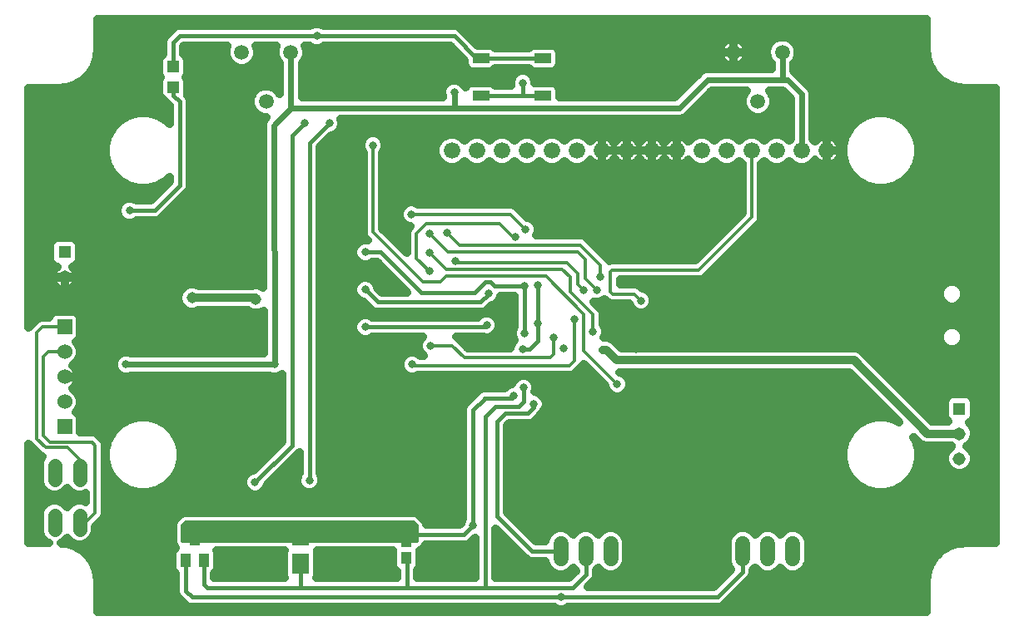
<source format=gbl>
G75*
G70*
%OFA0B0*%
%FSLAX24Y24*%
%IPPOS*%
%LPD*%
%AMOC8*
5,1,8,0,0,1.08239X$1,22.5*
%
%ADD10R,0.0600X0.0600*%
%ADD11C,0.0600*%
%ADD12R,0.0515X0.0515*%
%ADD13C,0.0515*%
%ADD14C,0.0660*%
%ADD15R,0.0394X0.0551*%
%ADD16R,0.0710X0.0800*%
%ADD17R,0.0433X0.0500*%
%ADD18C,0.0560*%
%ADD19R,0.0472X0.0472*%
%ADD20C,0.0600*%
%ADD21C,0.0594*%
%ADD22R,0.0669X0.0394*%
%ADD23C,0.0320*%
%ADD24C,0.0160*%
%ADD25C,0.0120*%
%ADD26C,0.0320*%
%ADD27C,0.0240*%
%ADD28C,0.0450*%
D10*
X007003Y011551D03*
X007003Y015551D03*
D11*
X007003Y014551D03*
X007003Y013551D03*
X007003Y012551D03*
D12*
X007003Y018551D03*
X042829Y012274D03*
D13*
X042829Y011274D03*
X042829Y010274D03*
X007003Y017551D03*
D14*
X022514Y022629D03*
X023514Y022629D03*
X024514Y022629D03*
X025514Y022629D03*
X026514Y022629D03*
X027514Y022629D03*
X028514Y022629D03*
X029514Y022629D03*
X030514Y022629D03*
X031514Y022629D03*
X032514Y022629D03*
X033514Y022629D03*
X034514Y022629D03*
X035514Y022629D03*
X036514Y022629D03*
X037514Y022629D03*
D15*
X012219Y007058D03*
X011845Y006192D03*
X012593Y006192D03*
D16*
X016451Y006065D03*
X016451Y007185D03*
D17*
X020684Y006959D03*
X020684Y006290D03*
D18*
X007601Y007439D02*
X007601Y007999D01*
X006601Y007999D02*
X006601Y007439D01*
X006601Y009439D02*
X006601Y009999D01*
X007601Y009999D02*
X007601Y009439D01*
D19*
X011352Y025168D03*
X011352Y025995D03*
D20*
X026869Y006866D02*
X026869Y006266D01*
X027869Y006266D02*
X027869Y006866D01*
X028869Y006866D02*
X028869Y006266D01*
X034152Y006266D02*
X034152Y006866D01*
X035152Y006866D02*
X035152Y006266D01*
X036152Y006266D02*
X036152Y006866D01*
D21*
X034758Y024597D03*
X033774Y026566D03*
X035743Y026566D03*
X016058Y026566D03*
X014089Y026566D03*
X015073Y024597D03*
D22*
X023676Y024833D03*
X023676Y026329D03*
X026156Y026329D03*
X026156Y024833D03*
D23*
X025351Y025344D03*
X025351Y025844D03*
X025601Y026969D03*
X024851Y026969D03*
X024101Y026969D03*
X021601Y026719D03*
X020601Y026719D03*
X018101Y026719D03*
X017101Y027219D03*
X015127Y027713D03*
X015127Y026680D03*
X016652Y025056D03*
X016601Y023719D03*
X017601Y023719D03*
X019351Y022844D03*
X019976Y022219D03*
X020889Y020076D03*
X021614Y019300D03*
X022327Y019338D03*
X021614Y018538D03*
X021602Y017801D03*
X022651Y018188D03*
X023977Y016888D03*
X025414Y017201D03*
X025939Y017226D03*
X027777Y017026D03*
X028302Y017038D03*
X028464Y017563D03*
X030077Y016613D03*
X031114Y016488D03*
X028164Y015375D03*
X028539Y014638D03*
X029892Y014651D03*
X030868Y014689D03*
X030226Y013469D03*
X029127Y013263D03*
X027114Y011988D03*
X026751Y011988D03*
X025789Y012476D03*
X025377Y013126D03*
X024989Y012788D03*
X022001Y012988D03*
X020914Y014051D03*
X021664Y014801D03*
X023289Y015026D03*
X023902Y015626D03*
X025414Y015301D03*
X025939Y015713D03*
X026589Y015138D03*
X026977Y014713D03*
X025339Y014676D03*
X027414Y015863D03*
X025039Y019176D03*
X025464Y019463D03*
X025801Y020326D03*
X026851Y020326D03*
X026876Y019426D03*
X032551Y019000D03*
X032564Y020088D03*
X040226Y016594D03*
X040476Y017094D03*
X038101Y013219D03*
X038101Y009469D03*
X032601Y006719D03*
X028351Y009969D03*
X027101Y009969D03*
X027726Y011094D03*
X025001Y010450D03*
X022376Y010575D03*
X021376Y010950D03*
X020376Y010951D03*
X021601Y008719D03*
X023351Y007594D03*
X022601Y005719D03*
X025601Y005719D03*
X026884Y004719D03*
X018601Y005719D03*
X014351Y005719D03*
X014627Y009326D03*
X014627Y010325D03*
X014127Y010838D03*
X015377Y012325D03*
X015377Y013075D03*
X015414Y014051D03*
X014101Y013219D03*
X012601Y013219D03*
X011601Y012219D03*
X011601Y011219D03*
X011601Y009719D03*
X016802Y009413D03*
X009446Y014051D03*
X008351Y016719D03*
X007851Y016719D03*
X011851Y018719D03*
X012476Y018719D03*
X011226Y019844D03*
X010726Y019844D03*
X009601Y020219D03*
X014627Y023313D03*
X014127Y023826D03*
X013601Y024219D03*
X008380Y027826D03*
X005625Y025070D03*
X017877Y019563D03*
X017877Y018838D03*
X019039Y018551D03*
X019039Y017051D03*
X019039Y015551D03*
X021314Y016076D03*
X020601Y024844D03*
X022601Y024969D03*
X041451Y027826D03*
X044207Y025070D03*
X044207Y006959D03*
X041451Y004203D03*
X008380Y004203D03*
X005625Y006959D03*
D24*
X011845Y006192D02*
X011845Y004975D01*
X012101Y004719D01*
X026884Y004719D01*
X033132Y004719D01*
X034152Y005739D01*
X034152Y006566D01*
X027880Y006554D02*
X027880Y005624D01*
X027351Y005094D01*
X023851Y005094D01*
X020726Y005094D01*
X016476Y005094D01*
X016451Y005119D01*
X016451Y006065D01*
X016476Y005094D02*
X012726Y005094D01*
X012593Y005227D01*
X012593Y006192D01*
X014627Y009326D02*
X016101Y010800D01*
X016101Y023219D01*
X016601Y023719D01*
X016802Y022920D02*
X017601Y023719D01*
X016802Y022920D02*
X016802Y009413D01*
X020726Y007219D02*
X022976Y007219D01*
X023351Y007594D01*
X023370Y007613D01*
X023351Y007594D02*
X023351Y012219D01*
X023814Y012682D01*
X023814Y012701D01*
X024902Y012701D01*
X024989Y012788D01*
X025377Y012875D02*
X025377Y012563D01*
X025189Y012376D01*
X024257Y012376D01*
X023851Y011969D01*
X023851Y005094D01*
X025730Y006566D02*
X024327Y007969D01*
X024327Y011776D01*
X024639Y012088D01*
X025552Y012088D01*
X025789Y012326D01*
X025789Y012476D01*
X025377Y012875D02*
X025377Y013126D01*
X025339Y014676D02*
X025602Y014676D01*
X025939Y015013D01*
X025939Y015713D01*
X025939Y017226D01*
X025414Y017201D02*
X024202Y017201D01*
X024039Y017363D01*
X023864Y017363D01*
X023427Y016926D01*
X021289Y016926D01*
X019664Y018551D01*
X019039Y018551D01*
X019039Y017051D02*
X019539Y016551D01*
X023664Y016551D01*
X023977Y016863D01*
X025414Y017201D02*
X025414Y015301D01*
X023902Y015626D02*
X023827Y015551D01*
X019039Y015551D01*
X011601Y021219D02*
X010601Y020219D01*
X009601Y020219D01*
X011601Y021219D02*
X011601Y024594D01*
X011351Y024844D01*
X011351Y025167D01*
X011352Y025168D01*
X011352Y025995D02*
X011352Y026970D01*
X011601Y027219D01*
X017101Y027219D01*
X022601Y027219D01*
X023491Y026329D01*
X023676Y026329D01*
X026156Y026329D01*
X025351Y025344D02*
X025351Y024831D01*
X026154Y024831D01*
X026156Y024833D01*
X025351Y024831D02*
X025349Y024833D01*
X023676Y024833D01*
X020726Y007219D02*
X020726Y007002D01*
X020684Y006959D01*
X020684Y006290D02*
X020684Y006262D01*
X020726Y006219D01*
X020726Y005094D01*
X020726Y006219D02*
X020726Y006248D01*
X020684Y006290D01*
X025730Y006566D02*
X026869Y006566D01*
X026884Y006566D01*
X027869Y006566D02*
X027880Y006554D01*
D25*
X021101Y006969D02*
X011726Y006969D01*
X011726Y007594D01*
X011851Y007719D01*
X020976Y007719D01*
X021101Y007594D01*
X021101Y006969D01*
X021101Y007010D02*
X011726Y007010D01*
X011726Y007129D02*
X021101Y007129D01*
X021101Y007248D02*
X011726Y007248D01*
X011726Y007366D02*
X021101Y007366D01*
X021101Y007485D02*
X011726Y007485D01*
X011735Y007603D02*
X021092Y007603D01*
X027789Y014600D02*
X029127Y013263D01*
X027414Y014201D02*
X027227Y014013D01*
X020952Y014013D01*
X020914Y014051D01*
X021664Y014801D02*
X022527Y014801D01*
X023002Y014326D01*
X026464Y014326D01*
X026589Y014451D01*
X026589Y015138D01*
X027789Y014600D02*
X027789Y016076D01*
X026277Y017588D01*
X022277Y017588D01*
X022052Y017363D01*
X021339Y017363D01*
X019351Y019351D01*
X019351Y022844D01*
X020889Y020076D02*
X024852Y020076D01*
X025464Y019463D01*
X025039Y019176D02*
X024952Y019176D01*
X024427Y019701D01*
X021489Y019701D01*
X021089Y019301D01*
X021089Y018313D01*
X021602Y017801D01*
X022276Y017876D02*
X021614Y018538D01*
X022352Y018563D02*
X021614Y019300D01*
X022327Y019338D02*
X022827Y018838D01*
X027664Y018838D01*
X028464Y018038D01*
X028464Y017563D01*
X028864Y017776D02*
X028927Y017838D01*
X032389Y017838D01*
X034514Y019963D01*
X034514Y022629D01*
X027852Y018251D02*
X027852Y017488D01*
X028302Y017038D01*
X027777Y017026D02*
X027539Y017263D01*
X027539Y017701D01*
X027114Y018126D01*
X022764Y018126D01*
X022651Y018188D01*
X022352Y018563D02*
X027539Y018563D01*
X027852Y018251D01*
X027252Y017551D02*
X027252Y016963D01*
X028164Y016051D01*
X028164Y015375D01*
X027414Y015863D02*
X027414Y014201D01*
X027402Y015851D02*
X027414Y015863D01*
X028864Y016963D02*
X028864Y017776D01*
X028864Y016963D02*
X028952Y016876D01*
X029814Y016876D01*
X030077Y016613D01*
X030077Y016613D01*
X027252Y017551D02*
X026927Y017876D01*
X022276Y017876D01*
X023977Y016888D02*
X023977Y016863D01*
X008226Y010813D02*
X008226Y008094D01*
X007851Y007719D01*
X007601Y007719D01*
X007601Y009719D02*
X007601Y010219D01*
X007101Y010719D01*
X006233Y010719D01*
X005877Y011076D01*
X005877Y015326D01*
X006102Y015551D01*
X007003Y015551D01*
X007003Y014551D02*
X006364Y014551D01*
X006164Y014351D01*
X006164Y011188D01*
X006414Y010938D01*
X008101Y010938D01*
X008226Y010813D01*
D26*
X008307Y005333D02*
X008307Y004130D01*
X041525Y004130D01*
X041525Y005333D01*
X041521Y005344D01*
X041525Y005396D01*
X041525Y005448D01*
X041530Y005459D01*
X041535Y005535D01*
X041531Y005558D01*
X041540Y005598D01*
X041542Y005639D01*
X041553Y005660D01*
X041572Y005746D01*
X041571Y005770D01*
X041585Y005808D01*
X041594Y005848D01*
X041607Y005867D01*
X041638Y005949D01*
X041640Y005973D01*
X041660Y006009D01*
X041674Y006047D01*
X041690Y006064D01*
X041732Y006141D01*
X041738Y006164D01*
X041763Y006196D01*
X041782Y006232D01*
X041800Y006247D01*
X041853Y006318D01*
X041862Y006339D01*
X041891Y006368D01*
X041916Y006401D01*
X041936Y006413D01*
X041998Y006475D01*
X042010Y006495D01*
X042043Y006520D01*
X042071Y006548D01*
X042093Y006557D01*
X042164Y006610D01*
X042178Y006629D01*
X042214Y006648D01*
X042247Y006672D01*
X042269Y006678D01*
X042347Y006721D01*
X042364Y006736D01*
X042402Y006751D01*
X042438Y006770D01*
X042461Y006773D01*
X042544Y006804D01*
X042563Y006817D01*
X042603Y006826D01*
X042641Y006840D01*
X042664Y006839D01*
X042751Y006858D01*
X042772Y006868D01*
X042812Y006871D01*
X042852Y006880D01*
X042875Y006876D01*
X042952Y006881D01*
X042962Y006886D01*
X043014Y006886D01*
X043067Y006889D01*
X043078Y006886D01*
X044281Y006886D01*
X044281Y025143D01*
X043078Y025143D01*
X043067Y025140D01*
X043014Y025143D01*
X042962Y025143D01*
X042952Y025148D01*
X042875Y025153D01*
X042852Y025149D01*
X042812Y025158D01*
X042772Y025161D01*
X042751Y025171D01*
X042665Y025190D01*
X042641Y025189D01*
X042603Y025203D01*
X042563Y025212D01*
X042544Y025225D01*
X042461Y025256D01*
X042438Y025259D01*
X042402Y025278D01*
X042364Y025292D01*
X042347Y025308D01*
X042269Y025351D01*
X042247Y025356D01*
X042214Y025381D01*
X042178Y025400D01*
X042164Y025419D01*
X042093Y025472D01*
X042071Y025481D01*
X042043Y025509D01*
X042010Y025534D01*
X041998Y025554D01*
X041936Y025616D01*
X041916Y025628D01*
X041891Y025661D01*
X041862Y025690D01*
X041853Y025711D01*
X041800Y025782D01*
X041782Y025797D01*
X041763Y025833D01*
X041738Y025865D01*
X041732Y025888D01*
X041690Y025965D01*
X041674Y025982D01*
X041660Y026020D01*
X041640Y026056D01*
X041638Y026080D01*
X041607Y026162D01*
X041594Y026181D01*
X041585Y026221D01*
X041571Y026259D01*
X041572Y026283D01*
X041553Y026369D01*
X041542Y026390D01*
X041540Y026431D01*
X041531Y026470D01*
X041535Y026494D01*
X041530Y026570D01*
X041525Y026581D01*
X041525Y026633D01*
X041521Y026685D01*
X041525Y026696D01*
X041525Y027899D01*
X008307Y027899D01*
X008307Y026696D01*
X008310Y026685D01*
X008307Y026633D01*
X008307Y026581D01*
X008302Y026570D01*
X008297Y026494D01*
X008301Y026470D01*
X008292Y026431D01*
X008289Y026390D01*
X008279Y026369D01*
X008260Y026283D01*
X008261Y026259D01*
X008247Y026221D01*
X008238Y026181D01*
X008225Y026162D01*
X008194Y026080D01*
X008191Y026056D01*
X008172Y026020D01*
X008158Y025982D01*
X008142Y025965D01*
X008099Y025888D01*
X008094Y025865D01*
X008069Y025833D01*
X008050Y025797D01*
X008031Y025782D01*
X007978Y025711D01*
X007970Y025690D01*
X007941Y025661D01*
X007916Y025628D01*
X007896Y025616D01*
X007834Y025554D01*
X007822Y025534D01*
X007789Y025509D01*
X007760Y025481D01*
X007739Y025472D01*
X007668Y025419D01*
X007653Y025400D01*
X007618Y025381D01*
X007585Y025356D01*
X007562Y025351D01*
X007485Y025308D01*
X007468Y025292D01*
X007430Y025278D01*
X007394Y025259D01*
X007370Y025256D01*
X007288Y025225D01*
X007269Y025212D01*
X007229Y025203D01*
X007191Y025189D01*
X007167Y025190D01*
X007081Y025171D01*
X007060Y025161D01*
X007019Y025158D01*
X006980Y025149D01*
X006956Y025153D01*
X006880Y025148D01*
X006869Y025143D01*
X006817Y025143D01*
X006765Y025140D01*
X006754Y025143D01*
X005551Y025143D01*
X005551Y015531D01*
X005555Y015541D01*
X005780Y015766D01*
X005887Y015873D01*
X006026Y015930D01*
X006389Y015930D01*
X006431Y016032D01*
X006521Y016122D01*
X006639Y016170D01*
X007366Y016170D01*
X007484Y016122D01*
X007574Y016032D01*
X007622Y015914D01*
X007622Y015187D01*
X007574Y015069D01*
X007484Y014979D01*
X007460Y014969D01*
X007528Y014902D01*
X007622Y014674D01*
X007622Y014427D01*
X007528Y014199D01*
X007354Y014025D01*
X007321Y014011D01*
X007367Y013978D01*
X007430Y013915D01*
X007481Y013844D01*
X007521Y013765D01*
X007549Y013682D01*
X007562Y013595D01*
X007562Y013551D01*
X007003Y013551D01*
X007003Y013550D01*
X007562Y013550D01*
X007562Y013506D01*
X007549Y013419D01*
X007521Y013336D01*
X007481Y013257D01*
X007430Y013186D01*
X007367Y013123D01*
X007321Y013090D01*
X007354Y013076D01*
X007528Y012902D01*
X007622Y012674D01*
X007622Y012427D01*
X007528Y012199D01*
X007460Y012131D01*
X007484Y012122D01*
X007574Y012032D01*
X007622Y011914D01*
X007622Y011318D01*
X008025Y011318D01*
X008177Y011318D01*
X008316Y011260D01*
X008548Y011028D01*
X008606Y010889D01*
X008606Y010737D01*
X008606Y008019D01*
X008548Y007879D01*
X008441Y007772D01*
X008201Y007532D01*
X008201Y007320D01*
X008110Y007099D01*
X007941Y006931D01*
X007720Y006839D01*
X007482Y006839D01*
X007261Y006931D01*
X007101Y007091D01*
X006941Y006931D01*
X006832Y006886D01*
X006869Y006886D01*
X006880Y006881D01*
X006956Y006876D01*
X006980Y006880D01*
X007019Y006871D01*
X007060Y006868D01*
X007081Y006858D01*
X007167Y006839D01*
X007191Y006840D01*
X007229Y006826D01*
X007269Y006817D01*
X007288Y006804D01*
X007370Y006773D01*
X007394Y006770D01*
X007430Y006751D01*
X007468Y006736D01*
X007485Y006721D01*
X007562Y006678D01*
X007585Y006672D01*
X007618Y006648D01*
X007653Y006629D01*
X007668Y006610D01*
X007739Y006557D01*
X007760Y006548D01*
X007789Y006520D01*
X007822Y006495D01*
X007834Y006475D01*
X007896Y006413D01*
X007916Y006401D01*
X007941Y006368D01*
X007970Y006339D01*
X007979Y006318D01*
X008031Y006247D01*
X008050Y006232D01*
X008069Y006196D01*
X008094Y006164D01*
X008099Y006141D01*
X008142Y006064D01*
X008158Y006047D01*
X008172Y006009D01*
X008191Y005973D01*
X008194Y005949D01*
X008225Y005867D01*
X008238Y005848D01*
X008247Y005808D01*
X008261Y005770D01*
X008260Y005746D01*
X008279Y005660D01*
X008289Y005639D01*
X008292Y005598D01*
X008301Y005558D01*
X008297Y005535D01*
X008302Y005459D01*
X008307Y005448D01*
X008307Y005396D01*
X008310Y005344D01*
X008307Y005333D01*
X008307Y005402D02*
X011445Y005402D01*
X011445Y005667D02*
X011445Y004896D01*
X011506Y004749D01*
X011618Y004636D01*
X011618Y004636D01*
X011762Y004493D01*
X011762Y004493D01*
X011874Y004380D01*
X012021Y004319D01*
X026606Y004319D01*
X026612Y004312D01*
X026789Y004239D01*
X026980Y004239D01*
X027156Y004312D01*
X027163Y004319D01*
X033053Y004319D01*
X033212Y004319D01*
X033359Y004380D01*
X034491Y005512D01*
X034552Y005659D01*
X034552Y005789D01*
X034652Y005889D01*
X034801Y005740D01*
X035029Y005646D01*
X035275Y005646D01*
X035503Y005740D01*
X035652Y005889D01*
X035801Y005740D01*
X036029Y005646D01*
X036275Y005646D01*
X036503Y005740D01*
X036678Y005914D01*
X036772Y006142D01*
X036772Y006989D01*
X036678Y007217D01*
X036503Y007391D01*
X036275Y007486D01*
X036029Y007486D01*
X035801Y007391D01*
X035652Y007242D01*
X035503Y007391D01*
X035275Y007486D01*
X035029Y007486D01*
X034801Y007391D01*
X034652Y007242D01*
X034503Y007391D01*
X034275Y007486D01*
X034029Y007486D01*
X033801Y007391D01*
X033626Y007217D01*
X033532Y006989D01*
X033532Y006142D01*
X033626Y005914D01*
X033694Y005847D01*
X032967Y005119D01*
X027942Y005119D01*
X028107Y005285D01*
X028220Y005397D01*
X028280Y005544D01*
X028280Y005801D01*
X028369Y005889D01*
X028517Y005740D01*
X028745Y005646D01*
X028992Y005646D01*
X029220Y005740D01*
X029394Y005914D01*
X029489Y006142D01*
X029489Y006989D01*
X029394Y007217D01*
X029220Y007391D01*
X028992Y007486D01*
X028745Y007486D01*
X028517Y007391D01*
X028369Y007242D01*
X028220Y007391D01*
X027992Y007486D01*
X027745Y007486D01*
X027517Y007391D01*
X027369Y007242D01*
X027220Y007391D01*
X026992Y007486D01*
X026745Y007486D01*
X026517Y007391D01*
X026343Y007217D01*
X026249Y006989D01*
X026249Y006966D01*
X025896Y006966D01*
X024726Y008135D01*
X024726Y011610D01*
X024805Y011688D01*
X025472Y011688D01*
X025631Y011688D01*
X025778Y011749D01*
X026016Y011986D01*
X026128Y012099D01*
X026154Y012162D01*
X026196Y012204D01*
X026269Y012380D01*
X026269Y012571D01*
X026196Y012747D01*
X026061Y012882D01*
X025885Y012955D01*
X025826Y012955D01*
X025857Y013030D01*
X025857Y013221D01*
X025783Y013397D01*
X025648Y013532D01*
X025472Y013605D01*
X025281Y013605D01*
X025105Y013532D01*
X024970Y013397D01*
X024916Y013268D01*
X024894Y013268D01*
X024717Y013195D01*
X024623Y013100D01*
X023894Y013100D01*
X023734Y013100D01*
X023587Y013040D01*
X023475Y012927D01*
X023462Y012896D01*
X023124Y012558D01*
X023012Y012446D01*
X022951Y012299D01*
X022951Y007873D01*
X022944Y007866D01*
X022871Y007690D01*
X022871Y007680D01*
X022810Y007619D01*
X021481Y007619D01*
X021481Y007670D01*
X021423Y007809D01*
X021316Y007916D01*
X021191Y008041D01*
X021052Y008099D01*
X020900Y008099D01*
X011775Y008099D01*
X011636Y008041D01*
X011529Y007934D01*
X011404Y007809D01*
X011346Y007670D01*
X011346Y007519D01*
X011346Y006894D01*
X011404Y006754D01*
X011443Y006715D01*
X011377Y006649D01*
X011328Y006531D01*
X011328Y005852D01*
X011377Y005735D01*
X011445Y005667D01*
X011391Y005721D02*
X008266Y005721D01*
X008160Y006040D02*
X011328Y006040D01*
X011328Y006358D02*
X007951Y006358D01*
X007569Y006677D02*
X011405Y006677D01*
X011346Y006995D02*
X008005Y006995D01*
X008198Y007314D02*
X011346Y007314D01*
X011346Y007632D02*
X008301Y007632D01*
X008578Y007951D02*
X011545Y007951D01*
X010731Y009025D02*
X010350Y008923D01*
X009954Y008923D01*
X009573Y009025D01*
X009230Y009223D01*
X008951Y009502D01*
X008753Y009845D01*
X008651Y010226D01*
X008651Y010622D01*
X008753Y011003D01*
X008951Y011346D01*
X009230Y011625D01*
X009573Y011823D01*
X009954Y011925D01*
X010350Y011925D01*
X010731Y011823D01*
X011074Y011625D01*
X011353Y011346D01*
X011551Y011003D01*
X011653Y010622D01*
X011653Y010226D01*
X011551Y009845D01*
X011353Y009502D01*
X011074Y009223D01*
X010731Y009025D01*
X011076Y009225D02*
X014149Y009225D01*
X014147Y009230D02*
X014220Y009054D01*
X014355Y008919D01*
X014531Y008846D01*
X014722Y008846D01*
X014898Y008919D01*
X015033Y009054D01*
X015106Y009230D01*
X015106Y009240D01*
X016402Y010535D01*
X016402Y009692D01*
X016395Y009685D01*
X016322Y009508D01*
X016322Y009317D01*
X016395Y009141D01*
X016530Y009006D01*
X016706Y008933D01*
X016897Y008933D01*
X017073Y009006D01*
X017208Y009141D01*
X017281Y009317D01*
X017281Y009508D01*
X017208Y009685D01*
X017201Y009692D01*
X017201Y022754D01*
X017687Y023239D01*
X017696Y023239D01*
X017873Y023312D01*
X018008Y023447D01*
X018081Y023624D01*
X018081Y023815D01*
X018052Y023886D01*
X022513Y023886D01*
X022688Y023886D01*
X031688Y023886D01*
X031850Y023952D01*
X031974Y024076D01*
X031974Y024076D01*
X032921Y025023D01*
X034312Y025023D01*
X034235Y024947D01*
X034142Y024720D01*
X034142Y024474D01*
X034235Y024248D01*
X034409Y024074D01*
X034636Y023980D01*
X034881Y023980D01*
X035108Y024074D01*
X035281Y024248D01*
X035375Y024474D01*
X035375Y024720D01*
X035281Y024947D01*
X035205Y025023D01*
X035606Y025023D01*
X035757Y025023D01*
X036074Y024706D01*
X036074Y023108D01*
X036014Y023048D01*
X035883Y023180D01*
X035644Y023279D01*
X035385Y023279D01*
X035146Y023180D01*
X035014Y023048D01*
X034883Y023180D01*
X034644Y023279D01*
X034385Y023279D01*
X034146Y023180D01*
X034014Y023048D01*
X033883Y023180D01*
X033644Y023279D01*
X033385Y023279D01*
X033146Y023180D01*
X033014Y023048D01*
X032883Y023180D01*
X032644Y023279D01*
X032385Y023279D01*
X032146Y023180D01*
X031971Y023004D01*
X031964Y023013D01*
X031899Y023079D01*
X031824Y023133D01*
X031741Y023175D01*
X031652Y023204D01*
X031561Y023219D01*
X031514Y023219D01*
X031468Y023219D01*
X031376Y023204D01*
X031288Y023175D01*
X031205Y023133D01*
X031130Y023079D01*
X031064Y023013D01*
X031014Y022944D01*
X030964Y023013D01*
X030899Y023079D01*
X030824Y023133D01*
X030741Y023175D01*
X030652Y023204D01*
X030561Y023219D01*
X030514Y023219D01*
X030468Y023219D01*
X030376Y023204D01*
X030288Y023175D01*
X030205Y023133D01*
X030130Y023079D01*
X030064Y023013D01*
X030014Y022944D01*
X029964Y023013D01*
X029899Y023079D01*
X029824Y023133D01*
X029741Y023175D01*
X029652Y023204D01*
X029561Y023219D01*
X029514Y023219D01*
X029468Y023219D01*
X029376Y023204D01*
X029288Y023175D01*
X029205Y023133D01*
X029130Y023079D01*
X029064Y023013D01*
X029014Y022944D01*
X028964Y023013D01*
X028899Y023079D01*
X028824Y023133D01*
X028741Y023175D01*
X028652Y023204D01*
X028561Y023219D01*
X028514Y023219D01*
X028468Y023219D01*
X028376Y023204D01*
X028288Y023175D01*
X028205Y023133D01*
X028130Y023079D01*
X028064Y023013D01*
X028058Y023004D01*
X027883Y023180D01*
X027644Y023279D01*
X027385Y023279D01*
X027146Y023180D01*
X027014Y023048D01*
X026883Y023180D01*
X026644Y023279D01*
X026385Y023279D01*
X026146Y023180D01*
X026014Y023048D01*
X025883Y023180D01*
X025644Y023279D01*
X025385Y023279D01*
X025146Y023180D01*
X025014Y023048D01*
X024883Y023180D01*
X024644Y023279D01*
X024385Y023279D01*
X024146Y023180D01*
X024014Y023048D01*
X023883Y023180D01*
X023644Y023279D01*
X023385Y023279D01*
X023146Y023180D01*
X023014Y023048D01*
X022883Y023180D01*
X022644Y023279D01*
X022385Y023279D01*
X022146Y023180D01*
X021963Y022997D01*
X021864Y022758D01*
X021864Y022499D01*
X021963Y022260D01*
X022146Y022078D01*
X022385Y021979D01*
X022644Y021979D01*
X022883Y022078D01*
X023014Y022209D01*
X023146Y022078D01*
X023385Y021979D01*
X023644Y021979D01*
X023883Y022078D01*
X024014Y022209D01*
X024146Y022078D01*
X024385Y021979D01*
X024644Y021979D01*
X024883Y022078D01*
X025014Y022209D01*
X025146Y022078D01*
X025385Y021979D01*
X025644Y021979D01*
X025883Y022078D01*
X026014Y022209D01*
X026146Y022078D01*
X026385Y021979D01*
X026644Y021979D01*
X026883Y022078D01*
X027014Y022209D01*
X027146Y022078D01*
X027385Y021979D01*
X027644Y021979D01*
X027883Y022078D01*
X028058Y022253D01*
X028064Y022244D01*
X028130Y022179D01*
X028205Y022124D01*
X028288Y022082D01*
X028376Y022053D01*
X028468Y022039D01*
X028514Y022039D01*
X028514Y022628D01*
X028514Y022628D01*
X028514Y022039D01*
X028561Y022039D01*
X028652Y022053D01*
X028741Y022082D01*
X028824Y022124D01*
X028899Y022179D01*
X028964Y022244D01*
X029014Y022313D01*
X029064Y022244D01*
X029130Y022179D01*
X029205Y022124D01*
X029288Y022082D01*
X029376Y022053D01*
X029468Y022039D01*
X029514Y022039D01*
X029514Y022628D01*
X029514Y022628D01*
X029104Y022628D01*
X028515Y022628D01*
X028515Y022629D01*
X029104Y022629D01*
X029514Y022629D01*
X029514Y023219D01*
X029514Y022629D01*
X029514Y022629D01*
X029514Y022628D01*
X029514Y022039D01*
X029561Y022039D01*
X029652Y022053D01*
X029741Y022082D01*
X029824Y022124D01*
X029899Y022179D01*
X029964Y022244D01*
X030014Y022313D01*
X030064Y022244D01*
X030130Y022179D01*
X030205Y022124D01*
X030288Y022082D01*
X030376Y022053D01*
X030468Y022039D01*
X030514Y022039D01*
X030514Y022628D01*
X030514Y022628D01*
X030104Y022628D01*
X029515Y022628D01*
X029515Y022629D01*
X030104Y022629D01*
X030514Y022629D01*
X030514Y023219D01*
X030514Y022629D01*
X030514Y022629D01*
X030514Y022628D01*
X030514Y022039D01*
X030561Y022039D01*
X030652Y022053D01*
X030741Y022082D01*
X030824Y022124D01*
X030899Y022179D01*
X030964Y022244D01*
X031014Y022313D01*
X031064Y022244D01*
X031130Y022179D01*
X031205Y022124D01*
X031288Y022082D01*
X031376Y022053D01*
X031468Y022039D01*
X031514Y022039D01*
X031514Y022628D01*
X031514Y022628D01*
X030924Y022628D01*
X030515Y022628D01*
X030515Y022629D01*
X030924Y022629D01*
X031514Y022629D01*
X031514Y023219D01*
X031514Y022629D01*
X031514Y022629D01*
X031514Y022628D01*
X031514Y022039D01*
X031561Y022039D01*
X031652Y022053D01*
X031741Y022082D01*
X031824Y022124D01*
X031899Y022179D01*
X031964Y022244D01*
X031971Y022253D01*
X032146Y022078D01*
X032385Y021979D01*
X032644Y021979D01*
X032883Y022078D01*
X033014Y022209D01*
X033146Y022078D01*
X033385Y021979D01*
X033644Y021979D01*
X033883Y022078D01*
X034014Y022209D01*
X034134Y022089D01*
X034134Y020121D01*
X032232Y018218D01*
X028851Y018218D01*
X028808Y018200D01*
X028786Y018253D01*
X028679Y018360D01*
X027879Y019160D01*
X027740Y019218D01*
X027588Y019218D01*
X025882Y019218D01*
X025944Y019367D01*
X025944Y019558D01*
X025871Y019735D01*
X025736Y019870D01*
X025560Y019943D01*
X025521Y019943D01*
X025174Y020291D01*
X025067Y020398D01*
X024927Y020455D01*
X021188Y020455D01*
X021161Y020482D01*
X020985Y020555D01*
X020794Y020555D01*
X020617Y020482D01*
X020482Y020347D01*
X020409Y020171D01*
X020409Y019980D01*
X020482Y019804D01*
X020617Y019669D01*
X020794Y019596D01*
X020847Y019596D01*
X020767Y019516D01*
X020709Y019376D01*
X020709Y018530D01*
X019731Y019509D01*
X019731Y022545D01*
X019758Y022572D01*
X019831Y022749D01*
X019831Y022940D01*
X019758Y023116D01*
X019623Y023251D01*
X019446Y023324D01*
X019255Y023324D01*
X019079Y023251D01*
X018944Y023116D01*
X018871Y022940D01*
X018871Y022749D01*
X018944Y022572D01*
X018971Y022545D01*
X018971Y019427D01*
X018971Y019275D01*
X019029Y019136D01*
X019134Y019030D01*
X018944Y019030D01*
X018767Y018957D01*
X018632Y018822D01*
X018559Y018646D01*
X018559Y018455D01*
X018632Y018279D01*
X018767Y018144D01*
X018944Y018071D01*
X019135Y018071D01*
X019311Y018144D01*
X019318Y018151D01*
X019498Y018151D01*
X020698Y016950D01*
X019705Y016950D01*
X019519Y017136D01*
X019519Y017146D01*
X019446Y017322D01*
X019311Y017457D01*
X019135Y017530D01*
X018944Y017530D01*
X018767Y017457D01*
X018632Y017322D01*
X018559Y017146D01*
X018559Y016955D01*
X018632Y016779D01*
X018767Y016644D01*
X018944Y016571D01*
X018953Y016571D01*
X019312Y016211D01*
X019459Y016151D01*
X019619Y016151D01*
X023744Y016151D01*
X023891Y016211D01*
X024003Y016324D01*
X024098Y016419D01*
X024248Y016481D01*
X024383Y016616D01*
X024456Y016792D01*
X024456Y016801D01*
X025014Y016801D01*
X025014Y015579D01*
X025007Y015572D01*
X024934Y015396D01*
X024934Y015205D01*
X025007Y015029D01*
X025010Y015025D01*
X024932Y014947D01*
X024859Y014771D01*
X024859Y014705D01*
X023159Y014705D01*
X022742Y015123D01*
X022674Y015151D01*
X023747Y015151D01*
X023794Y015151D01*
X023806Y015146D01*
X023997Y015146D01*
X024173Y015219D01*
X024308Y015354D01*
X024381Y015530D01*
X024381Y015721D01*
X024308Y015897D01*
X024173Y016032D01*
X023997Y016105D01*
X023806Y016105D01*
X023630Y016032D01*
X023548Y015950D01*
X019318Y015950D01*
X019311Y015957D01*
X019135Y016030D01*
X018944Y016030D01*
X018767Y015957D01*
X018632Y015822D01*
X018559Y015646D01*
X018559Y015455D01*
X018632Y015279D01*
X018767Y015144D01*
X018944Y015071D01*
X019135Y015071D01*
X019311Y015144D01*
X019318Y015151D01*
X021335Y015151D01*
X021257Y015072D01*
X021184Y014896D01*
X021184Y014705D01*
X021257Y014529D01*
X021392Y014394D01*
X021394Y014393D01*
X021250Y014393D01*
X021186Y014457D01*
X021010Y014530D01*
X020819Y014530D01*
X020642Y014457D01*
X020507Y014322D01*
X017201Y014322D01*
X017201Y014640D02*
X021211Y014640D01*
X021210Y014959D02*
X017201Y014959D01*
X017201Y015277D02*
X018633Y015277D01*
X018559Y015596D02*
X017201Y015596D01*
X017201Y015914D02*
X018724Y015914D01*
X019291Y016233D02*
X017201Y016233D01*
X017201Y016551D02*
X018972Y016551D01*
X018594Y016870D02*
X017201Y016870D01*
X017201Y017189D02*
X018577Y017189D01*
X018887Y017507D02*
X017201Y017507D01*
X017201Y017826D02*
X019823Y017826D01*
X019505Y018144D02*
X019312Y018144D01*
X018766Y018144D02*
X017201Y018144D01*
X017201Y018463D02*
X018559Y018463D01*
X018615Y018781D02*
X017201Y018781D01*
X017201Y019100D02*
X019065Y019100D01*
X018971Y019418D02*
X017201Y019418D01*
X017201Y019737D02*
X018971Y019737D01*
X018971Y020055D02*
X017201Y020055D01*
X017201Y020374D02*
X018971Y020374D01*
X018971Y020693D02*
X017201Y020693D01*
X017201Y021011D02*
X018971Y021011D01*
X018971Y021330D02*
X017201Y021330D01*
X017201Y021648D02*
X018971Y021648D01*
X018971Y021967D02*
X017201Y021967D01*
X017201Y022285D02*
X018971Y022285D01*
X018931Y022604D02*
X017201Y022604D01*
X017370Y022922D02*
X018871Y022922D01*
X019069Y023241D02*
X017700Y023241D01*
X018054Y023559D02*
X036074Y023559D01*
X036074Y023241D02*
X035735Y023241D01*
X035294Y023241D02*
X034735Y023241D01*
X034294Y023241D02*
X033735Y023241D01*
X033294Y023241D02*
X032735Y023241D01*
X032294Y023241D02*
X027735Y023241D01*
X027294Y023241D02*
X026735Y023241D01*
X026294Y023241D02*
X025735Y023241D01*
X025294Y023241D02*
X024735Y023241D01*
X024294Y023241D02*
X023735Y023241D01*
X023294Y023241D02*
X022735Y023241D01*
X022294Y023241D02*
X019633Y023241D01*
X019831Y022922D02*
X021932Y022922D01*
X021864Y022604D02*
X019771Y022604D01*
X019731Y022285D02*
X021953Y022285D01*
X019731Y021967D02*
X034134Y021967D01*
X034134Y021648D02*
X019731Y021648D01*
X019731Y021330D02*
X034134Y021330D01*
X034134Y021011D02*
X019731Y021011D01*
X019731Y020693D02*
X034134Y020693D01*
X034134Y020374D02*
X025090Y020374D01*
X025409Y020055D02*
X034069Y020055D01*
X033751Y019737D02*
X025869Y019737D01*
X025944Y019418D02*
X033432Y019418D01*
X033113Y019100D02*
X027940Y019100D01*
X028258Y018781D02*
X032795Y018781D01*
X032476Y018463D02*
X028577Y018463D01*
X029244Y017458D02*
X032313Y017458D01*
X032465Y017458D01*
X032604Y017516D01*
X034836Y019748D01*
X034894Y019888D01*
X034894Y020039D01*
X034894Y022089D01*
X035014Y022209D01*
X035146Y022078D01*
X035385Y021979D01*
X035644Y021979D01*
X035883Y022078D01*
X036014Y022209D01*
X036146Y022078D01*
X036385Y021979D01*
X036644Y021979D01*
X036883Y022078D01*
X037058Y022253D01*
X037064Y022244D01*
X037130Y022179D01*
X037205Y022124D01*
X037288Y022082D01*
X037376Y022053D01*
X037468Y022039D01*
X037514Y022039D01*
X037514Y022628D01*
X037514Y022628D01*
X037514Y022039D01*
X037561Y022039D01*
X037652Y022053D01*
X037741Y022082D01*
X037824Y022124D01*
X037899Y022179D01*
X037964Y022244D01*
X038019Y022319D01*
X038061Y022402D01*
X038090Y022490D01*
X038104Y022582D01*
X038104Y022628D01*
X037515Y022628D01*
X037515Y022629D01*
X038104Y022629D01*
X038104Y022675D01*
X038090Y022767D01*
X038061Y022855D01*
X038019Y022938D01*
X037964Y023013D01*
X037899Y023079D01*
X037824Y023133D01*
X037741Y023175D01*
X037652Y023204D01*
X037561Y023219D01*
X037514Y023219D01*
X037468Y023219D01*
X037376Y023204D01*
X037288Y023175D01*
X037205Y023133D01*
X037130Y023079D01*
X037064Y023013D01*
X037058Y023004D01*
X036954Y023108D01*
X036954Y024801D01*
X036954Y024976D01*
X036887Y025138D01*
X036313Y025712D01*
X036313Y025713D01*
X036189Y025836D01*
X036183Y025839D01*
X036183Y026133D01*
X036266Y026216D01*
X036359Y026443D01*
X036359Y026688D01*
X036266Y026915D01*
X036092Y027089D01*
X035865Y027182D01*
X035620Y027182D01*
X035393Y027089D01*
X035220Y026915D01*
X035126Y026688D01*
X035126Y026443D01*
X035220Y026216D01*
X035303Y026133D01*
X035303Y025903D01*
X032651Y025903D01*
X032489Y025836D01*
X032366Y025713D01*
X032366Y025712D01*
X031419Y024765D01*
X026811Y024765D01*
X026811Y025094D01*
X026762Y025211D01*
X026672Y025301D01*
X026554Y025350D01*
X025831Y025350D01*
X025831Y025440D01*
X025758Y025616D01*
X025623Y025751D01*
X025446Y025824D01*
X025255Y025824D01*
X025079Y025751D01*
X024944Y025616D01*
X024871Y025440D01*
X024871Y025249D01*
X024877Y025233D01*
X024260Y025233D01*
X024192Y025301D01*
X024074Y025350D01*
X023277Y025350D01*
X023160Y025301D01*
X023070Y025211D01*
X023045Y025151D01*
X023008Y025241D01*
X022873Y025376D01*
X022696Y025449D01*
X022505Y025449D01*
X022329Y025376D01*
X022194Y025241D01*
X022121Y025065D01*
X022121Y024874D01*
X022161Y024777D01*
X022161Y024765D01*
X016498Y024765D01*
X016498Y026133D01*
X016581Y026216D01*
X016674Y026443D01*
X016674Y026688D01*
X016620Y026819D01*
X016822Y026819D01*
X016829Y026812D01*
X017005Y026739D01*
X017196Y026739D01*
X017373Y026812D01*
X017380Y026819D01*
X022435Y026819D01*
X023021Y026233D01*
X023021Y026069D01*
X023070Y025951D01*
X023160Y025861D01*
X023277Y025813D01*
X024074Y025813D01*
X024192Y025861D01*
X024260Y025929D01*
X025572Y025929D01*
X025640Y025861D01*
X025758Y025813D01*
X026554Y025813D01*
X026672Y025861D01*
X026762Y025951D01*
X026811Y026069D01*
X026811Y026590D01*
X026762Y026708D01*
X026672Y026798D01*
X026554Y026846D01*
X025758Y026846D01*
X025640Y026798D01*
X025572Y026729D01*
X024260Y026729D01*
X024192Y026798D01*
X024074Y026846D01*
X023540Y026846D01*
X022828Y027558D01*
X022681Y027619D01*
X022521Y027619D01*
X017380Y027619D01*
X017373Y027626D01*
X017196Y027699D01*
X017005Y027699D01*
X016829Y027626D01*
X016822Y027619D01*
X011521Y027619D01*
X011374Y027558D01*
X011262Y027446D01*
X011012Y027196D01*
X010952Y027049D01*
X010952Y026890D01*
X010952Y026510D01*
X010934Y026502D01*
X010844Y026412D01*
X010795Y026295D01*
X010795Y025695D01*
X010842Y025581D01*
X010795Y025468D01*
X010795Y024868D01*
X010844Y024751D01*
X010934Y024661D01*
X011007Y024631D01*
X011012Y024618D01*
X011124Y024505D01*
X011124Y024505D01*
X011201Y024429D01*
X011201Y023703D01*
X011074Y023830D01*
X010731Y024027D01*
X010350Y024130D01*
X009954Y024130D01*
X009573Y024027D01*
X009230Y023830D01*
X008951Y023550D01*
X008753Y023208D01*
X008651Y022826D01*
X008651Y022431D01*
X008753Y022049D01*
X008951Y021707D01*
X009230Y021427D01*
X009573Y021230D01*
X009954Y021128D01*
X010350Y021128D01*
X010731Y021230D01*
X011074Y021427D01*
X011201Y021555D01*
X011201Y021385D01*
X010435Y020619D01*
X009880Y020619D01*
X009873Y020626D01*
X009696Y020699D01*
X009505Y020699D01*
X009329Y020626D01*
X009194Y020491D01*
X009121Y020315D01*
X009121Y020124D01*
X009194Y019947D01*
X009329Y019812D01*
X009505Y019739D01*
X009696Y019739D01*
X009873Y019812D01*
X009880Y019819D01*
X010521Y019819D01*
X010681Y019819D01*
X010828Y019880D01*
X011940Y020993D01*
X012001Y021140D01*
X012001Y021299D01*
X012001Y024515D01*
X014457Y024515D01*
X014457Y024474D02*
X014550Y024248D01*
X014724Y024074D01*
X014951Y023980D01*
X015090Y023980D01*
X015005Y023895D01*
X014938Y023734D01*
X014938Y023559D01*
X014938Y023316D01*
X014938Y023315D01*
X014938Y023222D01*
X014938Y023141D01*
X014939Y023141D01*
X014962Y017142D01*
X014772Y017220D01*
X014556Y017220D01*
X014504Y017199D01*
X012366Y017199D01*
X012209Y017264D01*
X011993Y017264D01*
X011792Y017181D01*
X011639Y017028D01*
X011556Y016828D01*
X011556Y016611D01*
X011639Y016410D01*
X011792Y016257D01*
X011993Y016174D01*
X012209Y016174D01*
X012366Y016239D01*
X014330Y016239D01*
X014355Y016213D01*
X014556Y016131D01*
X014772Y016131D01*
X014966Y016211D01*
X014972Y014490D01*
X009638Y014490D01*
X009541Y014530D01*
X009350Y014530D01*
X009174Y014457D01*
X009039Y014322D01*
X008966Y014146D01*
X008966Y013955D01*
X009039Y013779D01*
X009174Y013644D01*
X009350Y013571D01*
X009541Y013571D01*
X009638Y013611D01*
X015222Y013611D01*
X015319Y013571D01*
X015510Y013571D01*
X015686Y013644D01*
X015701Y013659D01*
X015701Y010966D01*
X014541Y009805D01*
X014531Y009805D01*
X014355Y009732D01*
X014220Y009597D01*
X014147Y009421D01*
X014147Y009230D01*
X014197Y009544D02*
X011377Y009544D01*
X011556Y009862D02*
X014597Y009862D01*
X014916Y010181D02*
X011641Y010181D01*
X011653Y010499D02*
X015235Y010499D01*
X015553Y010818D02*
X011601Y010818D01*
X011474Y011136D02*
X015701Y011136D01*
X015701Y011455D02*
X011244Y011455D01*
X010817Y011773D02*
X015701Y011773D01*
X015701Y012092D02*
X007514Y012092D01*
X007616Y012410D02*
X015701Y012410D01*
X015701Y012729D02*
X007600Y012729D01*
X007382Y013048D02*
X015701Y013048D01*
X015701Y013366D02*
X007531Y013366D01*
X007548Y013685D02*
X009133Y013685D01*
X008966Y014003D02*
X007332Y014003D01*
X007579Y014322D02*
X009038Y014322D01*
X007622Y014640D02*
X014972Y014640D01*
X014971Y014959D02*
X007471Y014959D01*
X007622Y015277D02*
X014969Y015277D01*
X014968Y015596D02*
X007622Y015596D01*
X007622Y015914D02*
X014967Y015914D01*
X014336Y016233D02*
X012351Y016233D01*
X011851Y016233D02*
X005551Y016233D01*
X005551Y016551D02*
X011580Y016551D01*
X011574Y016870D02*
X005551Y016870D01*
X005551Y017189D02*
X006633Y017189D01*
X006608Y017213D02*
X006665Y017156D01*
X006731Y017108D01*
X006804Y017071D01*
X006881Y017046D01*
X006962Y017033D01*
X007002Y017033D01*
X007002Y017550D01*
X006485Y017550D01*
X006485Y017510D01*
X006498Y017429D01*
X006523Y017352D01*
X006560Y017279D01*
X006608Y017213D01*
X006485Y017507D02*
X005551Y017507D01*
X005551Y017826D02*
X006563Y017826D01*
X006560Y017822D02*
X006523Y017749D01*
X006498Y017672D01*
X006485Y017591D01*
X006485Y017551D01*
X007002Y017551D01*
X007002Y017550D01*
X007003Y017550D01*
X007003Y017551D01*
X007520Y017551D01*
X007520Y017591D01*
X007507Y017672D01*
X007482Y017749D01*
X007445Y017822D01*
X007397Y017888D01*
X007340Y017945D01*
X007301Y017973D01*
X007324Y017973D01*
X007441Y018022D01*
X007531Y018112D01*
X007580Y018229D01*
X007580Y018872D01*
X007531Y018989D01*
X007441Y019079D01*
X007324Y019128D01*
X006681Y019128D01*
X006564Y019079D01*
X006474Y018989D01*
X006425Y018872D01*
X006425Y018229D01*
X006474Y018112D01*
X006564Y018022D01*
X006681Y017973D01*
X006704Y017973D01*
X006665Y017945D01*
X006608Y017888D01*
X006560Y017822D01*
X006460Y018144D02*
X005551Y018144D01*
X005551Y018463D02*
X006425Y018463D01*
X006425Y018781D02*
X005551Y018781D01*
X005551Y019100D02*
X006613Y019100D01*
X007392Y019100D02*
X014954Y019100D01*
X014953Y019418D02*
X005551Y019418D01*
X005551Y019737D02*
X014952Y019737D01*
X014951Y020055D02*
X011003Y020055D01*
X011321Y020374D02*
X014949Y020374D01*
X014948Y020693D02*
X011640Y020693D01*
X011948Y021011D02*
X014947Y021011D01*
X014946Y021330D02*
X012001Y021330D01*
X012001Y021648D02*
X014944Y021648D01*
X014943Y021967D02*
X012001Y021967D01*
X012001Y022285D02*
X014942Y022285D01*
X014941Y022604D02*
X012001Y022604D01*
X012001Y022922D02*
X014939Y022922D01*
X014938Y023241D02*
X012001Y023241D01*
X012001Y023559D02*
X014938Y023559D01*
X014998Y023878D02*
X012001Y023878D01*
X012001Y024197D02*
X014602Y024197D01*
X014457Y024474D02*
X014457Y024720D01*
X014550Y024947D01*
X014724Y025120D01*
X014951Y025214D01*
X015196Y025214D01*
X015423Y025120D01*
X015596Y024947D01*
X015618Y024895D01*
X015618Y026133D01*
X015535Y026216D01*
X015441Y026443D01*
X015441Y026688D01*
X015495Y026819D01*
X014652Y026819D01*
X014706Y026688D01*
X014706Y026443D01*
X014612Y026216D01*
X014439Y026043D01*
X014212Y025949D01*
X013966Y025949D01*
X013740Y026043D01*
X013566Y026216D01*
X013472Y026443D01*
X013472Y026688D01*
X013526Y026819D01*
X011767Y026819D01*
X011751Y026804D01*
X011751Y026510D01*
X011769Y026502D01*
X011859Y026412D01*
X011908Y026295D01*
X011908Y025695D01*
X011861Y025581D01*
X011908Y025468D01*
X011908Y024868D01*
X011903Y024857D01*
X011940Y024821D01*
X012001Y024674D01*
X012001Y024515D01*
X011927Y024834D02*
X014504Y024834D01*
X014801Y025152D02*
X011908Y025152D01*
X011907Y025471D02*
X015618Y025471D01*
X015618Y025789D02*
X011908Y025789D01*
X011908Y026108D02*
X013675Y026108D01*
X013479Y026426D02*
X011845Y026426D01*
X011751Y026745D02*
X013496Y026745D01*
X014683Y026745D02*
X015464Y026745D01*
X015448Y026426D02*
X014699Y026426D01*
X014504Y026108D02*
X015618Y026108D01*
X016498Y026108D02*
X023021Y026108D01*
X022828Y026426D02*
X016668Y026426D01*
X016651Y026745D02*
X016992Y026745D01*
X017210Y026745D02*
X022510Y026745D01*
X023322Y027063D02*
X033525Y027063D01*
X033560Y027082D02*
X033482Y027042D01*
X033411Y026990D01*
X033349Y026928D01*
X033298Y026858D01*
X033258Y026779D01*
X033231Y026696D01*
X033217Y026609D01*
X033217Y026566D01*
X033774Y026566D01*
X033774Y027122D01*
X033730Y027122D01*
X033644Y027109D01*
X033560Y027082D01*
X033774Y027063D02*
X033774Y027063D01*
X033774Y027122D02*
X033818Y027122D01*
X033905Y027109D01*
X033988Y027082D01*
X034066Y027042D01*
X034137Y026990D01*
X034199Y026928D01*
X034250Y026858D01*
X034290Y026779D01*
X034317Y026696D01*
X034331Y026609D01*
X034331Y026566D01*
X033775Y026566D01*
X033775Y026565D01*
X034331Y026565D01*
X034331Y026522D01*
X034317Y026435D01*
X034290Y026352D01*
X034250Y026274D01*
X034199Y026203D01*
X034137Y026141D01*
X034066Y026089D01*
X033988Y026050D01*
X033905Y026023D01*
X033818Y026009D01*
X033774Y026009D01*
X033774Y026565D01*
X033774Y026565D01*
X033774Y026009D01*
X033730Y026009D01*
X033644Y026023D01*
X033560Y026050D01*
X033482Y026089D01*
X033411Y026141D01*
X033349Y026203D01*
X033298Y026274D01*
X033258Y026352D01*
X033231Y026435D01*
X033217Y026522D01*
X033217Y026565D01*
X033774Y026565D01*
X033774Y026566D01*
X033774Y026566D01*
X033774Y027122D01*
X034024Y027063D02*
X035368Y027063D01*
X035149Y026745D02*
X034301Y026745D01*
X034314Y026426D02*
X035133Y026426D01*
X035303Y026108D02*
X034091Y026108D01*
X033774Y026108D02*
X033774Y026108D01*
X033457Y026108D02*
X026811Y026108D01*
X026811Y026426D02*
X033234Y026426D01*
X033247Y026745D02*
X026725Y026745D01*
X025587Y026745D02*
X024244Y026745D01*
X023004Y027382D02*
X041525Y027382D01*
X041525Y027701D02*
X008307Y027701D01*
X008307Y027382D02*
X011198Y027382D01*
X010957Y027063D02*
X008307Y027063D01*
X008307Y026745D02*
X010952Y026745D01*
X010858Y026426D02*
X008292Y026426D01*
X008204Y026108D02*
X010795Y026108D01*
X010795Y025789D02*
X008040Y025789D01*
X007738Y025471D02*
X010796Y025471D01*
X010795Y025152D02*
X006994Y025152D01*
X006963Y025152D02*
X006941Y025152D01*
X005551Y024834D02*
X010810Y024834D01*
X011114Y024515D02*
X005551Y024515D01*
X005551Y024197D02*
X011201Y024197D01*
X011201Y023878D02*
X010990Y023878D01*
X009314Y023878D02*
X005551Y023878D01*
X005551Y023559D02*
X008960Y023559D01*
X008772Y023241D02*
X005551Y023241D01*
X005551Y022922D02*
X008677Y022922D01*
X008651Y022604D02*
X005551Y022604D01*
X005551Y022285D02*
X008690Y022285D01*
X008801Y021967D02*
X005551Y021967D01*
X005551Y021648D02*
X009010Y021648D01*
X009400Y021330D02*
X005551Y021330D01*
X005551Y021011D02*
X010827Y021011D01*
X010904Y021330D02*
X011146Y021330D01*
X010509Y020693D02*
X009712Y020693D01*
X009489Y020693D02*
X005551Y020693D01*
X005551Y020374D02*
X009146Y020374D01*
X009149Y020055D02*
X005551Y020055D01*
X007580Y018781D02*
X014956Y018781D01*
X014957Y018463D02*
X007580Y018463D01*
X007545Y018144D02*
X014958Y018144D01*
X014959Y017826D02*
X007442Y017826D01*
X007520Y017550D02*
X007003Y017550D01*
X007003Y017033D01*
X007043Y017033D01*
X007124Y017046D01*
X007201Y017071D01*
X007274Y017108D01*
X007340Y017156D01*
X007397Y017213D01*
X007445Y017279D01*
X007482Y017352D01*
X007507Y017429D01*
X007520Y017510D01*
X007520Y017550D01*
X007520Y017507D02*
X014961Y017507D01*
X014962Y017189D02*
X014849Y017189D01*
X014664Y016719D02*
X014664Y016676D01*
X014664Y016719D02*
X012101Y016719D01*
X011810Y017189D02*
X007372Y017189D01*
X007003Y017189D02*
X007002Y017189D01*
X007002Y017507D02*
X007003Y017507D01*
X005987Y015914D02*
X005551Y015914D01*
X005551Y015596D02*
X005610Y015596D01*
X007622Y011773D02*
X009487Y011773D01*
X009060Y011455D02*
X007622Y011455D01*
X008440Y011136D02*
X008830Y011136D01*
X008704Y010818D02*
X008606Y010818D01*
X008606Y010499D02*
X008651Y010499D01*
X008663Y010181D02*
X008606Y010181D01*
X008606Y009862D02*
X008749Y009862D01*
X008606Y009544D02*
X008927Y009544D01*
X009228Y009225D02*
X008606Y009225D01*
X008606Y008906D02*
X014384Y008906D01*
X014869Y008906D02*
X022951Y008906D01*
X022951Y008588D02*
X008606Y008588D01*
X008606Y008269D02*
X022951Y008269D01*
X022951Y007951D02*
X021282Y007951D01*
X021481Y007632D02*
X022823Y007632D01*
X023437Y007114D02*
X023446Y007114D01*
X023451Y007116D01*
X023451Y005494D01*
X021126Y005494D01*
X021126Y005813D01*
X021171Y005859D01*
X021220Y005976D01*
X021220Y006604D01*
X021219Y006607D01*
X021316Y006647D01*
X021423Y006754D01*
X021450Y006819D01*
X022896Y006819D01*
X023056Y006819D01*
X023203Y006880D01*
X023437Y007114D01*
X023451Y006995D02*
X023318Y006995D01*
X023451Y006677D02*
X021346Y006677D01*
X021220Y006358D02*
X023451Y006358D01*
X023451Y006040D02*
X021220Y006040D01*
X021126Y005721D02*
X023451Y005721D01*
X024251Y005721D02*
X026563Y005721D01*
X026517Y005740D02*
X026745Y005646D01*
X026992Y005646D01*
X027220Y005740D01*
X027369Y005889D01*
X027474Y005783D01*
X027185Y005494D01*
X024251Y005494D01*
X024251Y007479D01*
X025503Y006227D01*
X025650Y006166D01*
X025810Y006166D01*
X026249Y006166D01*
X026249Y006142D01*
X026343Y005914D01*
X026517Y005740D01*
X026291Y006040D02*
X024251Y006040D01*
X024251Y006358D02*
X025372Y006358D01*
X025053Y006677D02*
X024251Y006677D01*
X024251Y006995D02*
X024735Y006995D01*
X024416Y007314D02*
X024251Y007314D01*
X024911Y007951D02*
X044281Y007951D01*
X044281Y008269D02*
X024726Y008269D01*
X024726Y008588D02*
X044281Y008588D01*
X044281Y008906D02*
X024726Y008906D01*
X024726Y009225D02*
X038756Y009225D01*
X038758Y009223D02*
X039100Y009025D01*
X039482Y008923D01*
X039877Y008923D01*
X040259Y009025D01*
X040601Y009223D01*
X040881Y009502D01*
X041078Y009845D01*
X041181Y010226D01*
X041181Y010622D01*
X041078Y011003D01*
X040997Y011144D01*
X041274Y010867D01*
X041450Y010794D01*
X041641Y010794D01*
X042493Y010794D01*
X042502Y010785D01*
X042527Y010774D01*
X042502Y010764D01*
X042340Y010601D01*
X042252Y010389D01*
X042252Y010159D01*
X042340Y009947D01*
X042502Y009785D01*
X042714Y009697D01*
X042944Y009697D01*
X043156Y009785D01*
X043319Y009947D01*
X043407Y010159D01*
X043407Y010389D01*
X043319Y010601D01*
X043156Y010764D01*
X043131Y010774D01*
X043156Y010785D01*
X043319Y010947D01*
X043407Y011159D01*
X043407Y011389D01*
X043319Y011601D01*
X043202Y011718D01*
X043268Y011746D01*
X043358Y011836D01*
X043407Y011953D01*
X043407Y012595D01*
X043358Y012713D01*
X043268Y012803D01*
X043150Y012852D01*
X042508Y012852D01*
X042391Y012803D01*
X042301Y012713D01*
X042252Y012595D01*
X042252Y011953D01*
X042301Y011836D01*
X042382Y011754D01*
X041745Y011754D01*
X038873Y014626D01*
X038696Y014699D01*
X038505Y014699D01*
X029300Y014699D01*
X028954Y015045D01*
X028778Y015118D01*
X028587Y015118D01*
X028577Y015118D01*
X028644Y015280D01*
X028644Y015471D01*
X028571Y015647D01*
X028544Y015674D01*
X028544Y015975D01*
X028544Y016126D01*
X028486Y016266D01*
X028185Y016567D01*
X028206Y016558D01*
X028397Y016558D01*
X028573Y016631D01*
X028616Y016674D01*
X028649Y016641D01*
X028736Y016553D01*
X028876Y016496D01*
X029027Y016496D01*
X029606Y016496D01*
X029670Y016341D01*
X029805Y016206D01*
X029981Y016133D01*
X030172Y016133D01*
X030348Y016206D01*
X030483Y016341D01*
X030556Y016517D01*
X030556Y016708D01*
X030483Y016885D01*
X030348Y017020D01*
X030172Y017093D01*
X030134Y017093D01*
X030029Y017198D01*
X029890Y017255D01*
X029244Y017255D01*
X029244Y017458D01*
X030038Y017189D02*
X042139Y017189D01*
X042113Y017162D02*
X042037Y016980D01*
X042037Y016782D01*
X042113Y016599D01*
X042252Y016459D01*
X042435Y016383D01*
X042633Y016383D01*
X042816Y016459D01*
X042955Y016599D01*
X043031Y016782D01*
X043031Y016980D01*
X042955Y017162D01*
X042816Y017302D01*
X042633Y017378D01*
X042435Y017378D01*
X042252Y017302D01*
X042113Y017162D01*
X042037Y016870D02*
X030490Y016870D01*
X030556Y016551D02*
X042160Y016551D01*
X042908Y016551D02*
X044281Y016551D01*
X044281Y016233D02*
X030375Y016233D01*
X029778Y016233D02*
X028500Y016233D01*
X028544Y015914D02*
X044281Y015914D01*
X044281Y015596D02*
X042753Y015596D01*
X042816Y015570D02*
X042633Y015645D01*
X042435Y015645D01*
X042252Y015570D01*
X042113Y015430D01*
X042037Y015247D01*
X042037Y015049D01*
X042113Y014867D01*
X042252Y014727D01*
X042435Y014651D01*
X042633Y014651D01*
X042816Y014727D01*
X042955Y014867D01*
X043031Y015049D01*
X043031Y015247D01*
X042955Y015430D01*
X042816Y015570D01*
X043019Y015277D02*
X044281Y015277D01*
X044281Y014959D02*
X042994Y014959D01*
X042074Y014959D02*
X029040Y014959D01*
X028682Y014638D02*
X028539Y014638D01*
X028682Y014638D02*
X029101Y014219D01*
X038601Y014219D01*
X041546Y011274D01*
X042829Y011274D01*
X043189Y010818D02*
X044281Y010818D01*
X044281Y011136D02*
X043397Y011136D01*
X043380Y011455D02*
X044281Y011455D01*
X044281Y011773D02*
X043296Y011773D01*
X043407Y012092D02*
X044281Y012092D01*
X044281Y012410D02*
X043407Y012410D01*
X043342Y012729D02*
X044281Y012729D01*
X044281Y013048D02*
X040451Y013048D01*
X040133Y013366D02*
X044281Y013366D01*
X044281Y013685D02*
X039814Y013685D01*
X039496Y014003D02*
X044281Y014003D01*
X044281Y014322D02*
X039177Y014322D01*
X038839Y014640D02*
X044281Y014640D01*
X042315Y015596D02*
X028592Y015596D01*
X028643Y015277D02*
X042049Y015277D01*
X043031Y016870D02*
X044281Y016870D01*
X044281Y017189D02*
X042929Y017189D01*
X044281Y017507D02*
X032583Y017507D01*
X032914Y017826D02*
X044281Y017826D01*
X044281Y018144D02*
X033233Y018144D01*
X033551Y018463D02*
X044281Y018463D01*
X044281Y018781D02*
X033870Y018781D01*
X034188Y019100D02*
X044281Y019100D01*
X044281Y019418D02*
X034507Y019418D01*
X034825Y019737D02*
X044281Y019737D01*
X044281Y020055D02*
X034894Y020055D01*
X034894Y020374D02*
X044281Y020374D01*
X044281Y020693D02*
X034894Y020693D01*
X034894Y021011D02*
X044281Y021011D01*
X044281Y021330D02*
X040432Y021330D01*
X040601Y021427D02*
X040881Y021707D01*
X041078Y022049D01*
X041181Y022431D01*
X041181Y022826D01*
X041078Y023208D01*
X040881Y023550D01*
X040601Y023830D01*
X040259Y024027D01*
X039877Y024130D01*
X039482Y024130D01*
X039100Y024027D01*
X038758Y023830D01*
X038479Y023550D01*
X038281Y023208D01*
X038179Y022826D01*
X038179Y022431D01*
X038281Y022049D01*
X038479Y021707D01*
X038758Y021427D01*
X039100Y021230D01*
X039482Y021128D01*
X039877Y021128D01*
X040259Y021230D01*
X040601Y021427D01*
X040822Y021648D02*
X044281Y021648D01*
X044281Y021967D02*
X041031Y021967D01*
X041142Y022285D02*
X044281Y022285D01*
X044281Y022604D02*
X041181Y022604D01*
X041155Y022922D02*
X044281Y022922D01*
X044281Y023241D02*
X041059Y023241D01*
X040872Y023559D02*
X044281Y023559D01*
X044281Y023878D02*
X040518Y023878D01*
X038841Y023878D02*
X036954Y023878D01*
X036954Y023559D02*
X038488Y023559D01*
X038300Y023241D02*
X036954Y023241D01*
X037514Y023219D02*
X037514Y022629D01*
X037514Y022629D01*
X037514Y023219D01*
X037514Y022922D02*
X037514Y022922D01*
X037514Y022604D02*
X037514Y022604D01*
X037514Y022285D02*
X037514Y022285D01*
X037994Y022285D02*
X038218Y022285D01*
X038179Y022604D02*
X038104Y022604D01*
X038027Y022922D02*
X038204Y022922D01*
X038329Y021967D02*
X034894Y021967D01*
X034894Y021648D02*
X038537Y021648D01*
X038927Y021330D02*
X034894Y021330D01*
X031514Y022285D02*
X031514Y022285D01*
X031514Y022604D02*
X031514Y022604D01*
X031514Y022922D02*
X031514Y022922D01*
X031034Y022285D02*
X030994Y022285D01*
X030514Y022285D02*
X030514Y022285D01*
X030514Y022604D02*
X030514Y022604D01*
X030514Y022922D02*
X030514Y022922D01*
X030035Y022285D02*
X029994Y022285D01*
X029514Y022285D02*
X029514Y022285D01*
X029514Y022604D02*
X029514Y022604D01*
X029514Y022922D02*
X029514Y022922D01*
X029035Y022285D02*
X028994Y022285D01*
X028514Y022285D02*
X028514Y022285D01*
X028514Y022604D02*
X028514Y022604D01*
X028514Y022629D02*
X028514Y023219D01*
X028514Y022629D01*
X028514Y022629D01*
X028514Y022922D02*
X028514Y022922D01*
X026811Y024834D02*
X031487Y024834D01*
X031805Y025152D02*
X026787Y025152D01*
X025818Y025471D02*
X032124Y025471D01*
X032442Y025789D02*
X025531Y025789D01*
X025171Y025789D02*
X016498Y025789D01*
X016498Y025471D02*
X024884Y025471D01*
X023045Y025152D02*
X023045Y025152D01*
X022157Y025152D02*
X016498Y025152D01*
X016498Y024834D02*
X022138Y024834D01*
X018055Y023878D02*
X036074Y023878D01*
X036074Y024197D02*
X035230Y024197D01*
X035375Y024515D02*
X036074Y024515D01*
X035947Y024834D02*
X035328Y024834D01*
X034189Y024834D02*
X032731Y024834D01*
X032413Y024515D02*
X034142Y024515D01*
X034287Y024197D02*
X032094Y024197D01*
X033774Y026426D02*
X033774Y026426D01*
X033774Y026745D02*
X033774Y026745D01*
X036117Y027063D02*
X041525Y027063D01*
X041525Y026745D02*
X036336Y026745D01*
X036353Y026426D02*
X041540Y026426D01*
X041627Y026108D02*
X036183Y026108D01*
X036236Y025789D02*
X041791Y025789D01*
X042094Y025471D02*
X036554Y025471D01*
X036873Y025152D02*
X042838Y025152D01*
X042869Y025152D02*
X042891Y025152D01*
X044281Y024834D02*
X036954Y024834D01*
X036954Y024515D02*
X044281Y024515D01*
X044281Y024197D02*
X036954Y024197D01*
X028741Y016551D02*
X028200Y016551D01*
X025014Y016551D02*
X024319Y016551D01*
X023912Y016233D02*
X025014Y016233D01*
X025014Y015914D02*
X024291Y015914D01*
X024381Y015596D02*
X025014Y015596D01*
X024934Y015277D02*
X024232Y015277D01*
X024944Y014959D02*
X022906Y014959D01*
X021160Y013633D02*
X027302Y013633D01*
X027442Y013691D01*
X027549Y013798D01*
X027736Y013985D01*
X027774Y014078D01*
X028647Y013206D01*
X028647Y013167D01*
X028720Y012991D01*
X028855Y012856D01*
X029031Y012783D01*
X029222Y012783D01*
X029398Y012856D01*
X029533Y012991D01*
X029606Y013167D01*
X029606Y013358D01*
X029533Y013535D01*
X029398Y013670D01*
X029231Y013739D01*
X038402Y013739D01*
X040400Y011741D01*
X040259Y011823D01*
X039877Y011925D01*
X039482Y011925D01*
X039100Y011823D01*
X038758Y011625D01*
X038479Y011346D01*
X038281Y011003D01*
X038179Y010622D01*
X038179Y010226D01*
X038281Y009845D01*
X038479Y009502D01*
X038758Y009223D01*
X038455Y009544D02*
X024726Y009544D01*
X024726Y009862D02*
X038276Y009862D01*
X038191Y010181D02*
X024726Y010181D01*
X024726Y010499D02*
X038179Y010499D01*
X038231Y010818D02*
X024726Y010818D01*
X024726Y011136D02*
X038358Y011136D01*
X038588Y011455D02*
X024726Y011455D01*
X025803Y011773D02*
X039015Y011773D01*
X039731Y012410D02*
X026269Y012410D01*
X026204Y012729D02*
X039412Y012729D01*
X039094Y013048D02*
X029557Y013048D01*
X029603Y013366D02*
X038775Y013366D01*
X038457Y013685D02*
X029363Y013685D01*
X028696Y013048D02*
X025857Y013048D01*
X025796Y013366D02*
X028486Y013366D01*
X028167Y013685D02*
X027427Y013685D01*
X027744Y014003D02*
X027849Y014003D01*
X026121Y012092D02*
X040049Y012092D01*
X040345Y011773D02*
X040368Y011773D01*
X041002Y011136D02*
X041005Y011136D01*
X041128Y010818D02*
X041394Y010818D01*
X041181Y010499D02*
X042297Y010499D01*
X042252Y010181D02*
X041169Y010181D01*
X041083Y009862D02*
X042425Y009862D01*
X043234Y009862D02*
X044281Y009862D01*
X044281Y009544D02*
X040905Y009544D01*
X040604Y009225D02*
X044281Y009225D01*
X044281Y010181D02*
X043407Y010181D01*
X043361Y010499D02*
X044281Y010499D01*
X042363Y011773D02*
X041726Y011773D01*
X041407Y012092D02*
X042252Y012092D01*
X042252Y012410D02*
X041089Y012410D01*
X040770Y012729D02*
X042316Y012729D01*
X044281Y007632D02*
X025229Y007632D01*
X025548Y007314D02*
X026440Y007314D01*
X026251Y006995D02*
X025866Y006995D01*
X027297Y007314D02*
X027440Y007314D01*
X028297Y007314D02*
X028440Y007314D01*
X029297Y007314D02*
X033723Y007314D01*
X033535Y006995D02*
X029486Y006995D01*
X029489Y006677D02*
X033532Y006677D01*
X033532Y006358D02*
X029489Y006358D01*
X029446Y006040D02*
X033575Y006040D01*
X033569Y005721D02*
X029174Y005721D01*
X028563Y005721D02*
X028280Y005721D01*
X028222Y005402D02*
X033250Y005402D01*
X034063Y005084D02*
X041525Y005084D01*
X041525Y005402D02*
X034381Y005402D01*
X034552Y005721D02*
X034847Y005721D01*
X035457Y005721D02*
X035847Y005721D01*
X036457Y005721D02*
X041566Y005721D01*
X041672Y006040D02*
X036730Y006040D01*
X036772Y006358D02*
X041881Y006358D01*
X042263Y006677D02*
X036772Y006677D01*
X036770Y006995D02*
X044281Y006995D01*
X044281Y007314D02*
X036581Y007314D01*
X035723Y007314D02*
X035581Y007314D01*
X034723Y007314D02*
X034581Y007314D01*
X033744Y004765D02*
X041525Y004765D01*
X041525Y004447D02*
X033426Y004447D01*
X028107Y005285D02*
X028107Y005285D01*
X027412Y005721D02*
X027174Y005721D01*
X022951Y009225D02*
X017243Y009225D01*
X017267Y009544D02*
X022951Y009544D01*
X022951Y009862D02*
X017201Y009862D01*
X017201Y010181D02*
X022951Y010181D01*
X022951Y010499D02*
X017201Y010499D01*
X017201Y010818D02*
X022951Y010818D01*
X022951Y011136D02*
X017201Y011136D01*
X017201Y011455D02*
X022951Y011455D01*
X022951Y011773D02*
X017201Y011773D01*
X017201Y012092D02*
X022951Y012092D01*
X022997Y012410D02*
X017201Y012410D01*
X017201Y012729D02*
X023295Y012729D01*
X023124Y012558D02*
X023124Y012558D01*
X023607Y013048D02*
X017201Y013048D01*
X017201Y013366D02*
X024957Y013366D01*
X021160Y013633D02*
X021010Y013571D01*
X020819Y013571D01*
X020642Y013644D01*
X020507Y013779D01*
X020434Y013955D01*
X020434Y014146D01*
X020507Y014322D01*
X020434Y014003D02*
X017201Y014003D01*
X017201Y013685D02*
X020601Y013685D01*
X016402Y010499D02*
X016366Y010499D01*
X016402Y010181D02*
X016047Y010181D01*
X015729Y009862D02*
X016402Y009862D01*
X016336Y009544D02*
X015410Y009544D01*
X015104Y009225D02*
X016360Y009225D01*
X015801Y006589D02*
X013086Y006589D01*
X013110Y006531D01*
X013110Y005852D01*
X013061Y005735D01*
X012993Y005667D01*
X012993Y005494D01*
X015821Y005494D01*
X015776Y005601D01*
X015776Y006529D01*
X015801Y006589D01*
X015776Y006358D02*
X013110Y006358D01*
X013110Y006040D02*
X015776Y006040D01*
X015776Y005721D02*
X013047Y005721D01*
X011445Y005084D02*
X008307Y005084D01*
X008307Y004765D02*
X011499Y004765D01*
X011808Y004447D02*
X008307Y004447D01*
X006370Y006886D02*
X005551Y006886D01*
X005551Y010870D01*
X005555Y010860D01*
X005662Y010753D01*
X005911Y010504D01*
X005911Y010504D01*
X006018Y010397D01*
X006111Y010358D01*
X006092Y010339D01*
X006001Y010119D01*
X006001Y009320D01*
X006092Y009099D01*
X006261Y008931D01*
X006482Y008839D01*
X006720Y008839D01*
X006941Y008931D01*
X007101Y009091D01*
X007261Y008931D01*
X007482Y008839D01*
X007720Y008839D01*
X007846Y008891D01*
X007846Y008547D01*
X007720Y008599D01*
X007482Y008599D01*
X007261Y008508D01*
X007101Y008348D01*
X006941Y008508D01*
X006720Y008599D01*
X006482Y008599D01*
X006261Y008508D01*
X006092Y008339D01*
X006001Y008119D01*
X006001Y007320D01*
X006092Y007099D01*
X006261Y006931D01*
X006370Y006886D01*
X006196Y006995D02*
X005551Y006995D01*
X005551Y007314D02*
X006003Y007314D01*
X006001Y007632D02*
X005551Y007632D01*
X005551Y007951D02*
X006001Y007951D01*
X006063Y008269D02*
X005551Y008269D01*
X005551Y008588D02*
X006454Y008588D01*
X006747Y008588D02*
X007454Y008588D01*
X007747Y008588D02*
X007846Y008588D01*
X007319Y008906D02*
X006883Y008906D01*
X006319Y008906D02*
X005551Y008906D01*
X005551Y009225D02*
X006040Y009225D01*
X006001Y009544D02*
X005551Y009544D01*
X005551Y009862D02*
X006001Y009862D01*
X006027Y010181D02*
X005551Y010181D01*
X005551Y010499D02*
X005916Y010499D01*
X005662Y010753D02*
X005662Y010753D01*
X005597Y010818D02*
X005551Y010818D01*
X007005Y006995D02*
X007196Y006995D01*
X017101Y006589D02*
X020147Y006589D01*
X020147Y005976D01*
X020196Y005859D01*
X020286Y005769D01*
X020326Y005752D01*
X020326Y005494D01*
X017082Y005494D01*
X017126Y005601D01*
X017126Y006529D01*
X017101Y006589D01*
X017126Y006358D02*
X020147Y006358D01*
X020147Y006040D02*
X017126Y006040D01*
X017126Y005721D02*
X020326Y005721D01*
X020460Y017189D02*
X019501Y017189D01*
X019191Y017507D02*
X020142Y017507D01*
X020458Y018781D02*
X020709Y018781D01*
X020709Y019100D02*
X020140Y019100D01*
X019821Y019418D02*
X020727Y019418D01*
X020549Y019737D02*
X019731Y019737D01*
X019731Y020055D02*
X020409Y020055D01*
X020509Y020374D02*
X019731Y020374D01*
X015618Y025152D02*
X015345Y025152D01*
D27*
X016058Y024326D02*
X015378Y023646D01*
X015378Y023229D01*
X015414Y014051D01*
X009446Y014051D01*
X016058Y024326D02*
X016058Y026566D01*
X016058Y024326D02*
X022601Y024326D01*
X022601Y024969D01*
X022601Y024326D02*
X031601Y024326D01*
X032739Y025463D01*
X035693Y025463D01*
X035743Y025513D01*
X035743Y026566D01*
X035693Y025463D02*
X035940Y025463D01*
X036514Y024889D01*
X036514Y022629D01*
D28*
X014664Y016676D03*
X012101Y016719D03*
M02*

</source>
